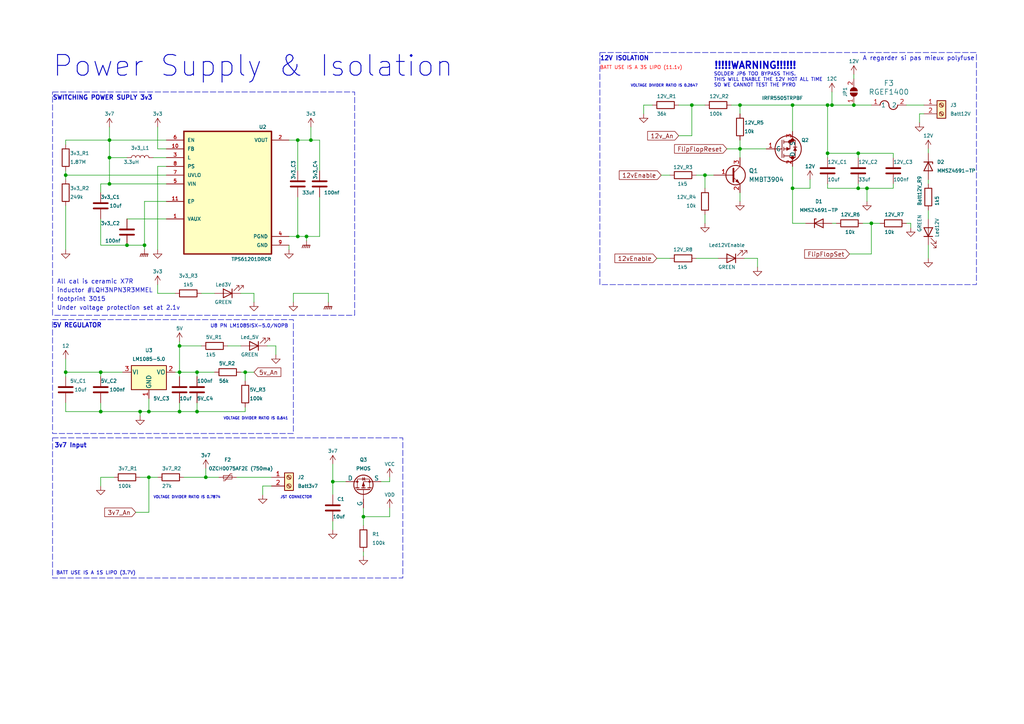
<source format=kicad_sch>
(kicad_sch (version 20231120) (generator "eeschema") (generator_version "8.0")
  (paper "A4")
  (lib_symbols
    (symbol "Connector:Screw_Terminal_01x02" (pin_names (offset 1.016) hide)
      (property "Reference" "J" (at 0 2.54 0))
      (property "Value" "Screw_Terminal_01x02" (at 0 -5.08 0))
      (symbol "Screw_Terminal_01x02_1_1"
        (rectangle (start -1.27 1.27) (end 1.27 -3.81) (stroke (width 0.254)) (fill (type background)))
        (circle (center 0 -2.54) (radius 0.635) (stroke (width 0.1524)))
        (polyline (pts (xy -0.5334 -2.2098) (xy 0.3302 -3.048)) (stroke (width 0.1524)))
        (polyline (pts (xy -0.5334 0.3302) (xy 0.3302 -0.508)) (stroke (width 0.1524)))
        (polyline (pts (xy -0.3556 -2.032) (xy 0.508 -2.8702)) (stroke (width 0.1524)))
        (polyline (pts (xy -0.3556 0.508) (xy 0.508 -0.3302)) (stroke (width 0.1524)))
        (circle (center 0 0) (radius 0.635) (stroke (width 0.1524)))
        (pin passive line (at -5.08 0 0) (length 3.81) (name "Pin_1") (number "1"))
        (pin passive line (at -5.08 -2.54 0) (length 3.81) (name "Pin_2") (number "2"))
      )
    )
    (symbol "Device:C" (pin_numbers hide) (pin_names (offset 0.254))
      (property "Reference" "C" (at 0.635 2.54 0))
      (property "Value" "C" (at 0.635 -2.54 0))
      (symbol "C_0_1"
        (polyline (pts (xy -2.032 -0.762) (xy 2.032 -0.762)) (stroke (width 0.508)))
        (polyline (pts (xy -2.032 0.762) (xy 2.032 0.762)) (stroke (width 0.508)))
      )
      (symbol "C_1_1"
        (pin passive line (at 0 3.81 270) (length 2.794) (name "~") (number "1"))
        (pin passive line (at 0 -3.81 90) (length 2.794) (name "~") (number "2"))
      )
    )
    (symbol "Device:L" (pin_numbers hide) (pin_names (offset 1.016) hide)
      (property "Reference" "L" (at -1.27 0 90))
      (property "Value" "L" (at 1.905 0 90))
      (symbol "L_0_1"
        (arc (start 0 -2.54) (mid 0.6323 -1.905) (end 0 -1.27))
        (arc (start 0 -1.27) (mid 0.6323 -0.635) (end 0 0))
        (arc (start 0 0) (mid 0.6323 0.635) (end 0 1.27))
        (arc (start 0 1.27) (mid 0.6323 1.905) (end 0 2.54))
      )
      (symbol "L_1_1"
        (pin passive line (at 0 3.81 270) (length 1.27) (name "1") (number "1"))
        (pin passive line (at 0 -3.81 90) (length 1.27) (name "2") (number "2"))
      )
    )
    (symbol "Device:LED" (pin_numbers hide) (pin_names (offset 1.016) hide)
      (property "Reference" "D" (at 0 2.54 0))
      (property "Value" "LED" (at 0 -2.54 0))
      (symbol "LED_0_1"
        (polyline (pts (xy -1.27 -1.27) (xy -1.27 1.27)) (stroke (width 0.254)))
        (polyline (pts (xy -1.27 0) (xy 1.27 0)))
        (polyline (pts (xy 1.27 -1.27) (xy 1.27 1.27) (xy -1.27 0) (xy 1.27 -1.27)) (stroke (width 0.254)))
        (polyline (pts (xy -3.048 -0.762) (xy -4.572 -2.286) (xy -3.81 -2.286) (xy -4.572 -2.286) (xy -4.572 -1.524)))
        (polyline (pts (xy -1.778 -0.762) (xy -3.302 -2.286) (xy -2.54 -2.286) (xy -3.302 -2.286) (xy -3.302 -1.524)))
      )
      (symbol "LED_1_1"
        (pin passive line (at -3.81 0 0) (length 2.54) (name "K") (number "1"))
        (pin passive line (at 3.81 0 180) (length 2.54) (name "A") (number "2"))
      )
    )
    (symbol "Device:Polyfuse_Small" (pin_numbers hide) (pin_names (offset 0))
      (property "Reference" "F" (at -1.905 0 90))
      (property "Value" "Polyfuse_Small" (at 1.905 0 90))
      (symbol "Polyfuse_Small_0_1"
        (rectangle (start -0.508 1.27) (end 0.508 -1.27))
        (polyline (pts (xy 0 2.54) (xy 0 -2.54)))
        (polyline (pts (xy -1.016 1.27) (xy -1.016 0.762) (xy 1.016 -0.762) (xy 1.016 -1.27)))
      )
      (symbol "Polyfuse_Small_1_1"
        (pin passive line (at 0 2.54 270) (length 0.635) (name "~") (number "1"))
        (pin passive line (at 0 -2.54 90) (length 0.635) (name "~") (number "2"))
      )
    )
    (symbol "Device:R" (pin_numbers hide) (pin_names (offset 0))
      (property "Reference" "R" (at 2.032 0 90))
      (property "Value" "R" (at 0 0 90))
      (symbol "R_0_1"
        (rectangle (start -1.016 -2.54) (end 1.016 2.54) (stroke (width 0.254)))
      )
      (symbol "R_1_1"
        (pin passive line (at 0 3.81 270) (length 1.27) (name "~") (number "1"))
        (pin passive line (at 0 -3.81 90) (length 1.27) (name "~") (number "2"))
      )
    )
    (symbol "Diode:BZV55C6V2" (pin_numbers hide) (pin_names hide)
      (property "Reference" "D" (at 0 2.54 0))
      (property "Value" "BZV55C6V2" (at 0 -2.54 0))
      (symbol "BZV55C6V2_0_1"
        (polyline (pts (xy 1.27 0) (xy -1.27 0)))
        (polyline (pts (xy -1.27 -1.27) (xy -1.27 1.27) (xy -0.762 1.27)) (stroke (width 0.254)))
        (polyline (pts (xy 1.27 -1.27) (xy 1.27 1.27) (xy -1.27 0) (xy 1.27 -1.27)) (stroke (width 0.254)))
      )
      (symbol "BZV55C6V2_1_1"
        (pin passive line (at -3.81 0 0) (length 2.54) (name "K") (number "1"))
        (pin passive line (at 3.81 0 180) (length 2.54) (name "A") (number "2"))
      )
    )
    (symbol "IRFR5505TRPBF:IRFR5505TRPBF" (pin_names (offset 0.254))
      (property "Reference" "MOSFET" (at 11.43 1.905 0))
      (property "Value" "IRFR5505TRPBF" (at 11.43 -2.54 0))
      (symbol "IRFR5505TRPBF_0_1"
        (polyline (pts (xy 2.54 0) (xy 4.572 0)) (stroke (width 0.2032)))
        (polyline (pts (xy 4.572 -2.54) (xy 4.572 2.54)) (stroke (width 0.2032)))
        (polyline (pts (xy 5.08 -2.54) (xy 5.08 -1.524)) (stroke (width 0.2032)))
        (polyline (pts (xy 5.08 -2.032) (xy 6.858 -2.032)) (stroke (width 0.2032)))
        (polyline (pts (xy 5.08 -0.508) (xy 5.08 0.508)) (stroke (width 0.2032)))
        (polyline (pts (xy 5.08 0) (xy 6.858 0)) (stroke (width 0.2032)))
        (polyline (pts (xy 5.08 1.524) (xy 5.08 2.54)) (stroke (width 0.2032)))
        (polyline (pts (xy 5.08 2.032) (xy 6.858 2.032)) (stroke (width 0.2032)))
        (polyline (pts (xy 6.858 -2.54) (xy 6.858 0)) (stroke (width 0.2032)))
        (polyline (pts (xy 6.858 -2.54) (xy 8.382 -2.54)) (stroke (width 0.2032)))
        (polyline (pts (xy 6.858 2.032) (xy 6.858 2.54)) (stroke (width 0.2032)))
        (polyline (pts (xy 6.858 2.54) (xy 8.382 2.54)) (stroke (width 0.2032)))
        (polyline (pts (xy 8.382 -2.54) (xy 8.382 2.54)) (stroke (width 0.2032)))
        (polyline (pts (xy 8.89 -0.508) (xy 7.874 -0.508)) (stroke (width 0.2032)))
        (polyline (pts (xy 5.842 0.508) (xy 6.858 0) (xy 5.842 -0.508)) (stroke (width 0.0254)) (fill (type outline)))
        (polyline (pts (xy 8.89 0.508) (xy 7.874 0.508) (xy 8.382 -0.508)) (stroke (width 0.0254)) (fill (type outline)))
        (circle (center 6.35 0) (radius 3.81) (stroke (width 0.254)))
        (circle (center 6.858 -2.032) (radius 0.0254) (stroke (width 0.508)))
        (circle (center 7.62 -2.54) (radius 0.0254) (stroke (width 0.508)))
        (circle (center 7.62 2.54) (radius 0.0254) (stroke (width 0.508)))
        (pin unspecified line (at 0 0 0) (length 2.54) (name "G") (number "1"))
        (pin unspecified line (at 7.62 5.08 270) (length 2.54) (name "D") (number "2"))
        (pin unspecified line (at 7.62 -5.08 90) (length 2.54) (name "S") (number "3"))
      )
    )
    (symbol "Jumper:SolderJumper_2_Open" (pin_names (offset 0) hide)
      (property "Reference" "JP" (at 0 2.032 0))
      (property "Value" "SolderJumper_2_Open" (at 0 -2.54 0))
      (symbol "SolderJumper_2_Open_0_1"
        (arc (start -0.254 1.016) (mid -1.2656 0) (end -0.254 -1.016))
        (arc (start -0.254 1.016) (mid -1.2656 0) (end -0.254 -1.016) (fill (type outline)))
        (polyline (pts (xy -0.254 1.016) (xy -0.254 -1.016)))
        (polyline (pts (xy 0.254 1.016) (xy 0.254 -1.016)))
        (arc (start 0.254 -1.016) (mid 1.2656 0) (end 0.254 1.016))
        (arc (start 0.254 -1.016) (mid 1.2656 0) (end 0.254 1.016) (fill (type outline)))
      )
      (symbol "SolderJumper_2_Open_1_1"
        (pin passive line (at -3.81 0 0) (length 2.54) (name "A") (number "1"))
        (pin passive line (at 3.81 0 180) (length 2.54) (name "B") (number "2"))
      )
    )
    (symbol "RGEF1400:RGEF1400" (pin_names (offset 0.254))
      (property "Reference" "F" (at 5.08 3.175 0))
      (property "Value" "RGEF1400" (at 5.08 -3.175 0))
      (symbol "RGEF1400_1_1"
        (arc (start 5.08 0) (mid 3.81 1.2645) (end 2.54 0) (stroke (width 0.254)))
        (arc (start 5.08 0) (mid 6.35 -1.2645) (end 7.62 0) (stroke (width 0.254)))
        (pin unspecified line (at 0 0 0) (length 2.54) (name "1") (number "1"))
        (pin unspecified line (at 10.16 0 180) (length 2.54) (name "2") (number "2"))
      )
      (symbol "RGEF1400_1_2"
        (arc (start 0 5.08) (mid -1.2645 3.81) (end 0 2.54) (stroke (width 0.254)))
        (arc (start 0 5.08) (mid 1.2645 6.35) (end 0 7.62) (stroke (width 0.254)))
        (pin unspecified line (at 0 0 90) (length 2.54) (name "1") (number "1"))
        (pin unspecified line (at 0 10.16 270) (length 2.54) (name "2") (number "2"))
      )
    )
    (symbol "Regulator_Linear:LM1085-5.0" (pin_names (offset 0.254))
      (property "Reference" "U8" (at 0 6.35 0))
      (property "Value" "LM1085-5.0" (at 0 3.81 0))
      (symbol "LM1085-5.0_0_1"
        (rectangle (start -5.08 1.905) (end 5.08 -5.08) (stroke (width 0.254)) (fill (type background)))
      )
      (symbol "LM1085-5.0_1_1"
        (pin power_in line (at 0 -7.62 90) (length 2.54) (name "GND") (number "1"))
        (pin passive line (at 7.62 0 180) (length 2.54) (name "VO") (number "2"))
        (pin power_in line (at -7.62 0 0) (length 2.54) (name "VI") (number "3"))
      )
    )
    (symbol "Simulation_SPICE:PMOS" (pin_numbers hide) (pin_names (offset 0))
      (property "Reference" "Q2" (at 8.89 0 90))
      (property "Value" "PMOS" (at 6.35 0 90))
      (symbol "PMOS_0_1"
        (polyline (pts (xy 0.254 0) (xy -2.54 0)))
        (polyline (pts (xy 0.254 1.905) (xy 0.254 -1.905)) (stroke (width 0.254)))
        (polyline (pts (xy 0.762 -1.27) (xy 0.762 -2.286)) (stroke (width 0.254)))
        (polyline (pts (xy 0.762 0.508) (xy 0.762 -0.508)) (stroke (width 0.254)))
        (polyline (pts (xy 0.762 2.286) (xy 0.762 1.27)) (stroke (width 0.254)))
        (polyline (pts (xy 2.54 2.54) (xy 2.54 1.778)))
        (polyline (pts (xy 2.54 -2.54) (xy 2.54 0) (xy 0.762 0)))
        (polyline (pts (xy 0.762 1.778) (xy 3.302 1.778) (xy 3.302 -1.778) (xy 0.762 -1.778)))
        (polyline (pts (xy 2.286 0) (xy 1.27 0.381) (xy 1.27 -0.381) (xy 2.286 0)) (fill (type outline)))
        (polyline (pts (xy 2.794 -0.508) (xy 2.921 -0.381) (xy 3.683 -0.381) (xy 3.81 -0.254)))
        (polyline (pts (xy 3.302 -0.381) (xy 2.921 0.254) (xy 3.683 0.254) (xy 3.302 -0.381)))
        (circle (center 1.651 0) (radius 2.794) (stroke (width 0.254)))
        (circle (center 2.54 -1.778) (radius 0.254) (fill (type outline)))
        (circle (center 2.54 1.778) (radius 0.254) (fill (type outline)))
      )
      (symbol "PMOS_1_1"
        (pin input line (at -5.08 0 0) (length 2.54) (name "G") (number "1"))
        (pin passive line (at 2.54 -5.08 90) (length 2.54) (name "S") (number "2"))
        (pin passive line (at 2.54 5.08 270) (length 2.54) (name "D") (number "3"))
      )
    )
    (symbol "TPS61201DRCR:TPS61201DRCR" (pin_names (offset 1.016))
      (property "Reference" "U5" (at 10.16 19.05 0))
      (property "Value" "TPS61201DRCR" (at 5.08 -19.05 0))
      (symbol "TPS61201DRCR_0_0"
        (rectangle (start -12.7 -17.78) (end 12.7 17.78) (stroke (width 0.41)) (fill (type background)))
        (pin bidirectional line (at -17.78 -7.62 0) (length 5.08) (name "VAUX") (number "1"))
        (pin input line (at -17.78 12.7 0) (length 5.08) (name "FB") (number "10"))
        (pin bidirectional line (at -17.78 -2.54 0) (length 5.08) (name "EP") (number "11"))
        (pin input line (at -17.78 10.16 0) (length 5.08) (name "L") (number "3"))
        (pin power_in line (at 17.78 -12.7 180) (length 5.08) (name "PGND") (number "4"))
        (pin input line (at -17.78 2.54 0) (length 5.08) (name "VIN") (number "5"))
        (pin input line (at -17.78 15.24 0) (length 5.08) (name "EN") (number "6"))
        (pin input line (at -17.78 5.08 0) (length 5.08) (name "UVLO") (number "7"))
        (pin input line (at -17.78 7.62 0) (length 5.08) (name "PS") (number "8"))
        (pin power_in line (at 17.78 -15.24 180) (length 5.08) (name "GND") (number "9"))
      )
      (symbol "TPS61201DRCR_1_0"
        (pin passive line (at 17.78 15.24 180) (length 5.08) (name "VOUT") (number "2"))
      )
    )
    (symbol "Transistor_BJT:MMBT3904" (pin_names (offset 0) hide)
      (property "Reference" "Q" (at 5.08 1.905 0))
      (property "Value" "MMBT3904" (at 5.08 0 0))
      (symbol "MMBT3904_0_1"
        (polyline (pts (xy 0.635 0.635) (xy 2.54 2.54)))
        (polyline (pts (xy 0.635 -0.635) (xy 2.54 -2.54) (xy 2.54 -2.54)))
        (polyline (pts (xy 0.635 1.905) (xy 0.635 -1.905) (xy 0.635 -1.905)) (stroke (width 0.508)))
        (polyline (pts (xy 1.27 -1.778) (xy 1.778 -1.27) (xy 2.286 -2.286) (xy 1.27 -1.778) (xy 1.27 -1.778)) (fill (type outline)))
        (circle (center 1.27 0) (radius 2.8194) (stroke (width 0.254)))
      )
      (symbol "MMBT3904_1_1"
        (pin input line (at -5.08 0 0) (length 5.715) (name "B") (number "1"))
        (pin passive line (at 2.54 -5.08 90) (length 2.54) (name "E") (number "2"))
        (pin passive line (at 2.54 5.08 270) (length 2.54) (name "C") (number "3"))
      )
    )
    (symbol "power:+12C" (power) (pin_names (offset 0))
      (property "Value" "+12C" (at 0 3.81 0))
      (symbol "+12C_0_1"
        (polyline (pts (xy -0.762 1.27) (xy 0 2.54)))
        (polyline (pts (xy 0 0) (xy 0 2.54)))
        (polyline (pts (xy 0 2.54) (xy 0.762 1.27)))
      )
      (symbol "+12C_1_1"
        (pin power_in line (at 0 0 90) (length 0) hide (name "+12C") (number "1"))
      )
    )
    (symbol "power:+12P" (power) (pin_names (offset 0))
      (property "Value" "+12P" (at 0 3.556 0))
      (symbol "+12P_0_1"
        (polyline (pts (xy -0.762 1.27) (xy 0 2.54)))
        (polyline (pts (xy 0 0) (xy 0 2.54)))
        (polyline (pts (xy 0 2.54) (xy 0.762 1.27)))
      )
      (symbol "+12P_1_1"
        (pin power_in line (at 0 0 90) (length 0) hide (name "+12P") (number "1"))
      )
    )
    (symbol "power:+12V" (power) (pin_names (offset 0))
      (property "Value" "+12V" (at 0 3.556 0))
      (symbol "+12V_0_1"
        (polyline (pts (xy -0.762 1.27) (xy 0 2.54)))
        (polyline (pts (xy 0 0) (xy 0 2.54)))
        (polyline (pts (xy 0 2.54) (xy 0.762 1.27)))
      )
      (symbol "+12V_1_1"
        (pin power_in line (at 0 0 90) (length 0) hide (name "+12V") (number "1"))
      )
    )
    (symbol "power:+3V3" (power) (pin_names (offset 0))
      (property "Value" "+3V3" (at 0 3.556 0))
      (symbol "+3V3_0_1"
        (polyline (pts (xy -0.762 1.27) (xy 0 2.54)))
        (polyline (pts (xy 0 0) (xy 0 2.54)))
        (polyline (pts (xy 0 2.54) (xy 0.762 1.27)))
      )
      (symbol "+3V3_1_1"
        (pin power_in line (at 0 0 90) (length 0) hide (name "+3V3") (number "1"))
      )
    )
    (symbol "power:+5V" (power) (pin_names (offset 0))
      (property "Value" "+5V" (at 0 3.556 0))
      (symbol "+5V_0_1"
        (polyline (pts (xy -0.762 1.27) (xy 0 2.54)))
        (polyline (pts (xy 0 0) (xy 0 2.54)))
        (polyline (pts (xy 0 2.54) (xy 0.762 1.27)))
      )
      (symbol "+5V_1_1"
        (pin power_in line (at 0 0 90) (length 0) hide (name "+5V") (number "1"))
      )
    )
    (symbol "power:+BATT" (power) (pin_names (offset 0))
      (property "Value" "+BATT" (at 0 3.556 0))
      (symbol "+BATT_0_1"
        (polyline (pts (xy -0.762 1.27) (xy 0 2.54)))
        (polyline (pts (xy 0 0) (xy 0 2.54)))
        (polyline (pts (xy 0 2.54) (xy 0.762 1.27)))
      )
      (symbol "+BATT_1_1"
        (pin power_in line (at 0 0 90) (length 0) hide (name "+BATT") (number "1"))
      )
    )
    (symbol "power:GND" (power) (pin_names (offset 0))
      (property "Value" "GND" (at 0 -3.81 0))
      (symbol "GND_0_1"
        (polyline (pts (xy 0 0) (xy 0 -1.27) (xy 1.27 -1.27) (xy 0 -2.54) (xy -1.27 -1.27) (xy 0 -1.27)))
      )
      (symbol "GND_1_1"
        (pin power_in line (at 0 0 270) (length 0) hide (name "GND") (number "1"))
      )
    )
    (symbol "power:GNDPWR" (power) (pin_names (offset 0))
      (property "Value" "GNDPWR" (at 0 -3.302 0))
      (symbol "GNDPWR_0_1"
        (polyline (pts (xy 0 -1.27) (xy 0 0)))
        (polyline (pts (xy -1.016 -1.27) (xy -1.27 -2.032) (xy -1.27 -2.032)) (stroke (width 0.2032)))
        (polyline (pts (xy -0.508 -1.27) (xy -0.762 -2.032) (xy -0.762 -2.032)) (stroke (width 0.2032)))
        (polyline (pts (xy 0 -1.27) (xy -0.254 -2.032) (xy -0.254 -2.032)) (stroke (width 0.2032)))
        (polyline (pts (xy 0.508 -1.27) (xy 0.254 -2.032) (xy 0.254 -2.032)) (stroke (width 0.2032)))
        (polyline (pts (xy 1.016 -1.27) (xy -1.016 -1.27) (xy -1.016 -1.27)) (stroke (width 0.2032)))
        (polyline (pts (xy 1.016 -1.27) (xy 0.762 -2.032) (xy 0.762 -2.032) (xy 0.762 -2.032)) (stroke (width 0.2032)))
      )
      (symbol "GNDPWR_1_1"
        (pin power_in line (at 0 0 270) (length 0) hide (name "GNDPWR") (number "1"))
      )
    )
    (symbol "power:VCC" (power) (pin_names (offset 0))
      (property "Value" "VCC" (at 0 3.81 0))
      (symbol "VCC_0_1"
        (polyline (pts (xy -0.762 1.27) (xy 0 2.54)))
        (polyline (pts (xy 0 0) (xy 0 2.54)))
        (polyline (pts (xy 0 2.54) (xy 0.762 1.27)))
      )
      (symbol "VCC_1_1"
        (pin power_in line (at 0 0 90) (length 0) hide (name "VCC") (number "1"))
      )
    )
    (symbol "power:VDD" (power) (pin_names (offset 0))
      (property "Value" "VDD" (at 0 3.81 0))
      (symbol "VDD_0_1"
        (polyline (pts (xy -0.762 1.27) (xy 0 2.54)))
        (polyline (pts (xy 0 0) (xy 0 2.54)))
        (polyline (pts (xy 0 2.54) (xy 0.762 1.27)))
      )
      (symbol "VDD_1_1"
        (pin power_in line (at 0 0 90) (length 0) hide (name "VDD") (number "1"))
      )
    )
  )
  (junction (at 19.05 107.95))
  (junction (at 31.75 40.64))
  (junction (at 240.03 44.45))
  (junction (at 52.07 119.38))
  (junction (at 86.36 40.64))
  (junction (at 90.17 40.64))
  (junction (at 19.05 50.8))
  (junction (at 248.92 54.61))
  (junction (at 29.21 107.95))
  (junction (at 43.18 138.43))
  (junction (at 43.18 119.38))
  (junction (at 248.92 44.45))
  (junction (at 86.36 68.58))
  (junction (at 105.41 149.86))
  (junction (at 241.3 30.48))
  (junction (at 88.9 68.58))
  (junction (at 252.73 64.77))
  (junction (at 229.87 30.48))
  (junction (at 36.83 71.12))
  (junction (at 251.46 54.61))
  (junction (at 214.63 30.48))
  (junction (at 31.75 45.72))
  (junction (at 57.15 119.38))
  (junction (at 57.15 107.95))
  (junction (at 200.66 30.48))
  (junction (at 59.69 138.43))
  (junction (at 52.07 100.33))
  (junction (at 240.03 30.48))
  (junction (at 40.64 119.38))
  (junction (at 41.91 71.12))
  (junction (at 96.52 139.7))
  (junction (at 214.63 43.18))
  (junction (at 204.47 50.8))
  (junction (at 71.12 107.95))
  (junction (at 31.75 53.34))
  (junction (at 229.87 54.61))
  (junction (at 247.65 30.48))
  (junction (at 29.21 119.38))
  (junction (at 52.07 107.95))
  (wire (pts (xy 214.63 40.64) (xy 214.63 43.18)))
  (wire (pts (xy 92.71 40.64) (xy 90.17 40.64)))
  (wire (pts (xy 266.7 33.02) (xy 266.7 35.56)))
  (wire (pts (xy 31.75 40.64) (xy 48.26 40.64)))
  (wire (pts (xy 48.26 58.42) (xy 41.91 58.42)))
  (wire (pts (xy 71.12 107.95) (xy 73.66 107.95)))
  (wire (pts (xy 250.19 64.77) (xy 252.73 64.77)))
  (wire (pts (xy 45.72 43.18) (xy 48.26 43.18)))
  (wire (pts (xy 240.03 54.61) (xy 248.92 54.61)))
  (wire (pts (xy 83.82 71.12) (xy 83.82 72.39)))
  (wire (pts (xy 59.69 135.89) (xy 59.69 138.43)))
  (wire (pts (xy 248.92 44.45) (xy 259.08 44.45)))
  (wire (pts (xy 52.07 100.33) (xy 58.42 100.33)))
  (wire (pts (xy 29.21 116.84) (xy 29.21 119.38)))
  (wire (pts (xy 19.05 119.38) (xy 29.21 119.38)))
  (wire (pts (xy 219.71 74.93) (xy 219.71 77.47)))
  (wire (pts (xy 71.12 107.95) (xy 71.12 110.49)))
  (wire (pts (xy 29.21 119.38) (xy 40.64 119.38)))
  (wire (pts (xy 262.89 64.77) (xy 264.16 64.77)))
  (wire (pts (xy 113.03 149.86) (xy 105.41 149.86)))
  (wire (pts (xy 43.18 119.38) (xy 40.64 119.38)))
  (wire (pts (xy 259.08 44.45) (xy 259.08 45.72)))
  (wire (pts (xy 267.97 33.02) (xy 266.7 33.02)))
  (wire (pts (xy 214.63 55.88) (xy 214.63 58.42)))
  (wire (pts (xy 229.87 30.48) (xy 229.87 38.1)))
  (wire (pts (xy 92.71 57.15) (xy 92.71 68.58)))
  (wire (pts (xy 240.03 53.34) (xy 240.03 54.61)))
  (wire (pts (xy 48.26 48.26) (xy 45.72 48.26)))
  (wire (pts (xy 57.15 119.38) (xy 71.12 119.38)))
  (wire (pts (xy 204.47 54.61) (xy 204.47 50.8)))
  (wire (pts (xy 52.07 100.33) (xy 52.07 107.95)))
  (wire (pts (xy 69.85 85.09) (xy 73.66 85.09)))
  (wire (pts (xy 92.71 68.58) (xy 88.9 68.58)))
  (wire (pts (xy 200.66 30.48) (xy 204.47 30.48)))
  (wire (pts (xy 29.21 71.12) (xy 36.83 71.12)))
  (wire (pts (xy 92.71 49.53) (xy 92.71 40.64)))
  (wire (pts (xy 113.03 147.32) (xy 113.03 149.86)))
  (wire (pts (xy 210.82 43.18) (xy 214.63 43.18)))
  (wire (pts (xy 252.73 64.77) (xy 255.27 64.77)))
  (wire (pts (xy 96.52 134.62) (xy 96.52 139.7)))
  (wire (pts (xy 196.85 30.48) (xy 200.66 30.48)))
  (wire (pts (xy 43.18 138.43) (xy 45.72 138.43)))
  (wire (pts (xy 86.36 68.58) (xy 88.9 68.58)))
  (wire (pts (xy 269.24 71.12) (xy 269.24 74.93)))
  (wire (pts (xy 105.41 160.02) (xy 105.41 161.29)))
  (wire (pts (xy 77.47 100.33) (xy 80.01 100.33)))
  (wire (pts (xy 229.87 54.61) (xy 234.95 54.61)))
  (wire (pts (xy 233.68 64.77) (xy 229.87 64.77)))
  (wire (pts (xy 247.65 30.48) (xy 252.73 30.48)))
  (wire (pts (xy 96.52 139.7) (xy 100.33 139.7)))
  (wire (pts (xy 29.21 107.95) (xy 29.21 109.22)))
  (wire (pts (xy 83.82 40.64) (xy 86.36 40.64)))
  (wire (pts (xy 40.64 119.38) (xy 40.64 120.65)))
  (wire (pts (xy 113.03 139.7) (xy 113.03 138.43)))
  (wire (pts (xy 31.75 53.34) (xy 31.75 45.72)))
  (wire (pts (xy 269.24 43.18) (xy 269.24 44.45)))
  (wire (pts (xy 58.42 85.09) (xy 62.23 85.09)))
  (wire (pts (xy 95.25 87.63) (xy 95.25 85.09)))
  (wire (pts (xy 248.92 44.45) (xy 248.92 45.72)))
  (wire (pts (xy 214.63 43.18) (xy 222.25 43.18)))
  (wire (pts (xy 39.37 148.59) (xy 43.18 148.59)))
  (wire (pts (xy 29.21 138.43) (xy 29.21 140.97)))
  (wire (pts (xy 35.56 107.95) (xy 29.21 107.95)))
  (wire (pts (xy 86.36 40.64) (xy 90.17 40.64)))
  (wire (pts (xy 48.26 53.34) (xy 31.75 53.34)))
  (wire (pts (xy 246.38 73.66) (xy 252.73 73.66)))
  (wire (pts (xy 52.07 116.84) (xy 52.07 119.38)))
  (wire (pts (xy 241.3 64.77) (xy 242.57 64.77)))
  (wire (pts (xy 204.47 62.23) (xy 204.47 64.77)))
  (wire (pts (xy 19.05 116.84) (xy 19.05 119.38)))
  (wire (pts (xy 240.03 44.45) (xy 248.92 44.45)))
  (wire (pts (xy 201.93 74.93) (xy 208.28 74.93)))
  (wire (pts (xy 240.03 30.48) (xy 240.03 44.45)))
  (wire (pts (xy 96.52 151.13) (xy 96.52 153.67)))
  (wire (pts (xy 105.41 149.86) (xy 105.41 147.32)))
  (wire (pts (xy 43.18 115.57) (xy 43.18 119.38)))
  (wire (pts (xy 215.9 74.93) (xy 219.71 74.93)))
  (wire (pts (xy 57.15 116.84) (xy 57.15 119.38)))
  (wire (pts (xy 186.69 30.48) (xy 186.69 33.02)))
  (wire (pts (xy 90.17 40.64) (xy 90.17 36.83)))
  (wire (pts (xy 68.58 138.43) (xy 78.74 138.43)))
  (wire (pts (xy 259.08 53.34) (xy 259.08 54.61)))
  (wire (pts (xy 269.24 60.96) (xy 269.24 63.5)))
  (wire (pts (xy 229.87 48.26) (xy 229.87 54.61)))
  (wire (pts (xy 69.85 107.95) (xy 71.12 107.95)))
  (wire (pts (xy 50.8 107.95) (xy 52.07 107.95)))
  (wire (pts (xy 31.75 36.83) (xy 31.75 40.64)))
  (wire (pts (xy 234.95 54.61) (xy 234.95 52.07)))
  (wire (pts (xy 19.05 59.69) (xy 19.05 72.39)))
  (wire (pts (xy 66.04 100.33) (xy 69.85 100.33)))
  (wire (pts (xy 86.36 40.64) (xy 86.36 49.53)))
  (wire (pts (xy 212.09 30.48) (xy 214.63 30.48)))
  (wire (pts (xy 204.47 50.8) (xy 207.01 50.8)))
  (wire (pts (xy 105.41 149.86) (xy 105.41 152.4)))
  (wire (pts (xy 76.2 140.97) (xy 76.2 143.51)))
  (wire (pts (xy 41.91 58.42) (xy 41.91 71.12)))
  (wire (pts (xy 29.21 53.34) (xy 29.21 55.88)))
  (wire (pts (xy 88.9 68.58) (xy 88.9 69.85)))
  (wire (pts (xy 45.72 82.55) (xy 45.72 85.09)))
  (wire (pts (xy 214.63 33.02) (xy 214.63 30.48)))
  (wire (pts (xy 190.5 74.93) (xy 194.31 74.93)))
  (wire (pts (xy 240.03 44.45) (xy 240.03 45.72)))
  (wire (pts (xy 214.63 43.18) (xy 214.63 45.72)))
  (wire (pts (xy 85.09 85.09) (xy 95.25 85.09)))
  (wire (pts (xy 19.05 104.14) (xy 19.05 107.95)))
  (wire (pts (xy 110.49 139.7) (xy 113.03 139.7)))
  (wire (pts (xy 241.3 26.67) (xy 241.3 30.48)))
  (wire (pts (xy 83.82 68.58) (xy 86.36 68.58)))
  (wire (pts (xy 36.83 45.72) (xy 31.75 45.72)))
  (wire (pts (xy 229.87 30.48) (xy 240.03 30.48)))
  (wire (pts (xy 19.05 40.64) (xy 19.05 41.91)))
  (wire (pts (xy 33.02 138.43) (xy 29.21 138.43)))
  (wire (pts (xy 45.72 85.09) (xy 50.8 85.09)))
  (wire (pts (xy 241.3 30.48) (xy 247.65 30.48)))
  (wire (pts (xy 19.05 52.07) (xy 19.05 50.8)))
  (wire (pts (xy 36.83 71.12) (xy 41.91 71.12)))
  (wire (pts (xy 262.89 30.48) (xy 267.97 30.48)))
  (wire (pts (xy 259.08 54.61) (xy 251.46 54.61)))
  (wire (pts (xy 19.05 50.8) (xy 48.26 50.8)))
  (wire (pts (xy 19.05 107.95) (xy 19.05 109.22)))
  (wire (pts (xy 200.66 39.37) (xy 200.66 30.48)))
  (wire (pts (xy 29.21 63.5) (xy 29.21 71.12)))
  (wire (pts (xy 19.05 40.64) (xy 31.75 40.64)))
  (wire (pts (xy 57.15 107.95) (xy 62.23 107.95)))
  (wire (pts (xy 43.18 148.59) (xy 43.18 138.43)))
  (wire (pts (xy 52.07 99.06) (xy 52.07 100.33)))
  (wire (pts (xy 240.03 30.48) (xy 241.3 30.48)))
  (wire (pts (xy 264.16 64.77) (xy 264.16 66.04)))
  (wire (pts (xy 53.34 138.43) (xy 59.69 138.43)))
  (wire (pts (xy 29.21 107.95) (xy 19.05 107.95)))
  (wire (pts (xy 229.87 64.77) (xy 229.87 54.61)))
  (wire (pts (xy 44.45 45.72) (xy 48.26 45.72)))
  (wire (pts (xy 247.65 21.59) (xy 247.65 22.86)))
  (wire (pts (xy 52.07 119.38) (xy 57.15 119.38)))
  (wire (pts (xy 57.15 107.95) (xy 57.15 109.22)))
  (wire (pts (xy 251.46 54.61) (xy 251.46 58.42)))
  (wire (pts (xy 40.64 138.43) (xy 43.18 138.43)))
  (wire (pts (xy 73.66 85.09) (xy 73.66 87.63)))
  (wire (pts (xy 80.01 100.33) (xy 80.01 102.87)))
  (wire (pts (xy 52.07 107.95) (xy 52.07 109.22)))
  (wire (pts (xy 78.74 140.97) (xy 76.2 140.97)))
  (wire (pts (xy 48.26 63.5) (xy 36.83 63.5)))
  (wire (pts (xy 71.12 119.38) (xy 71.12 118.11)))
  (wire (pts (xy 52.07 107.95) (xy 57.15 107.95)))
  (wire (pts (xy 248.92 53.34) (xy 248.92 54.61)))
  (wire (pts (xy 269.24 52.07) (xy 269.24 53.34)))
  (wire (pts (xy 85.09 85.09) (xy 85.09 87.63)))
  (wire (pts (xy 43.18 119.38) (xy 52.07 119.38)))
  (wire (pts (xy 31.75 40.64) (xy 31.75 45.72)))
  (wire (pts (xy 59.69 138.43) (xy 63.5 138.43)))
  (wire (pts (xy 45.72 48.26) (xy 45.72 72.39)))
  (wire (pts (xy 86.36 57.15) (xy 86.36 68.58)))
  (wire (pts (xy 214.63 30.48) (xy 229.87 30.48)))
  (wire (pts (xy 191.77 50.8) (xy 194.31 50.8)))
  (wire (pts (xy 196.85 39.37) (xy 200.66 39.37)))
  (wire (pts (xy 252.73 73.66) (xy 252.73 64.77)))
  (wire (pts (xy 96.52 143.51) (xy 96.52 139.7)))
  (wire (pts (xy 248.92 54.61) (xy 251.46 54.61)))
  (wire (pts (xy 201.93 50.8) (xy 204.47 50.8)))
  (wire (pts (xy 19.05 49.53) (xy 19.05 50.8)))
  (wire (pts (xy 41.91 71.12) (xy 41.91 72.39)))
  (wire (pts (xy 45.72 36.83) (xy 45.72 43.18)))
  (wire (pts (xy 189.23 30.48) (xy 186.69 30.48)))
  (wire (pts (xy 29.21 53.34) (xy 31.75 53.34)))
  (rectangle (start 15.24 26.67) (end 102.87 91.44) (stroke (width 0) (type dash)))
  (rectangle (start 173.99 15.24) (end 283.21 82.55) (stroke (width 0) (type dash)))
  (rectangle (start 15.24 92.71) (end 85.09 125.73) (stroke (width 0) (type dash)))
  (rectangle (start 15.24 127) (end 116.84 167.64) (stroke (width 0) (type dash)))
  (text "VOLTAGE DIVIDER RATIO IS 0.2647" (at 182.88 25.4 0) (effects (font (size 0.75 0.75)) (justify left bottom)))
  (text "Under voltage protection set at 2.1v" (at 16.51 90.17 0) (effects (font (size 1.27 1.27)) (justify left bottom)))
  (text "5V REGULATOR" (at 15.24 95.25 0) (effects (font (size 1.27 1.27) (thickness 0.254) (bold yes)) (justify left bottom)))
  (text "JST CONNECTOR" (at 81.28 144.78 0) (effects (font (size 0.75 0.75)) (justify left bottom)))
  (text "3v7 Input" (at 15.748 130.048 0) (effects (font (size 1.27 1.27) (thickness 0.254) (bold yes)) (justify left bottom)))
  (text "U8 PN LM1085ISX-5.0/NOPB" (at 60.96 95.25 0) (effects (font (size 1 1)) (justify left bottom)))
  (text "footprint 3015" (at 16.51 87.63 0) (effects (font (size 1.27 1.27)) (justify left bottom)))
  (text "inductor #LQH3NPN3R3MMEL" (at 16.51 85.09 0) (effects (font (size 1.27 1.27)) (justify left bottom)))
  (text "BATT USE IS A 1S LIPO (3.7V)" (at 16.256 166.878 0) (effects (font (size 1 1)) (justify left bottom)))
  (text "12V ISOLATION" (at 173.99 17.78 0) (effects (font (size 1.27 1.27) (thickness 0.254) (bold yes)) (justify left bottom)))
  (text "VOLTAGE DIVIDER RATIO IS 0.7874" (at 44.45 144.78 0) (effects (font (size 0.75 0.75)) (justify left bottom)))
  (text "!!!!!WARNING!!!!!!" (at 207.01 20.32 0) (effects (font (size 2 2) (thickness 0.4) (bold yes)) (justify left bottom)))
  (text "All cal is ceramic X7R" (at 16.51 82.55 0) (effects (font (size 1.27 1.27)) (justify left bottom)))
  (text "SWITCHING POWER SUPLY 3v3" (at 15.24 29.21 0) (effects (font (size 1.27 1.27) (thickness 0.254) (bold yes)) (justify left bottom)))
  (text "SOLDER JP6 TOO BYPASS THIS.\nTHIS WILL ENABLE THE 12V HOT ALL TIME\nSO WE CANNOT TEST THE PYRO" (at 207.01 25.4 0) (effects (font (size 1 1)) (justify left bottom)))
  (text "A regarder si pas mieux polyfuse\n" (at 266.446 17.018 0) (effects (font (size 1.27 1.27))))
  (text "BATT USE IS A 3S LIPO (11.1v)" (at 173.99 20.32 0) (effects (font (size 1 1) (thickness 0.125)) (justify left bottom)))
  (text "Power Supply & Isolation" (at 73.406 19.304 0) (effects (font (size 6 6) (thickness 0.254) (bold yes))))
  (text "VOLTAGE DIVIDER RATIO IS 0.641" (at 64.77 121.92 0) (effects (font (size 0.75 0.75)) (justify left bottom)))
  (global_label "3v7_An" (shape input) (at 39.37 148.59 180) (property "Intersheetrefs" "${INTERSHEET_REFS}" (effects (hide yes))))
  (global_label "12vEnable" (shape input) (at 190.5 74.93 180) (property "Intersheetrefs" "${INTERSHEET_REFS}" (effects (hide yes))))
  (global_label "FlipFlopSet" (shape input) (at 246.38 73.66 180) (property "Intersheetrefs" "${INTERSHEET_REFS}" (effects (hide yes))))
  (global_label "FlipFlopReset" (shape input) (at 210.82 43.18 180) (property "Intersheetrefs" "${INTERSHEET_REFS}" (effects (hide yes))))
  (global_label "12v_An" (shape input) (at 196.85 39.37 180) (property "Intersheetrefs" "${INTERSHEET_REFS}" (effects (hide yes))))
  (global_label "5v_An" (shape input) (at 73.66 107.95 0) (property "Intersheetrefs" "${INTERSHEET_REFS}" (effects (hide yes))))
  (global_label "12vEnable" (shape input) (at 191.77 50.8 180) (property "Intersheetrefs" "${INTERSHEET_REFS}" (effects (hide yes))))
  (symbol (lib_id "Device:R") (at 19.05 45.72 0) (unit 1)
    (property "Reference" "3v3_R1" (at 20.32 44.45 0) (effects (font (size 1 1)) (justify left)))
    (property "Value" "1.87M" (at 20.32 46.99 0) (effects (font (size 1 1)) (justify left)))
    (property "Footprint" "Resistor_SMD:R_0805_2012Metric" (effects (hide yes)))
  )
  (symbol (lib_id "Device:C") (at 240.03 49.53 0) (unit 1)
    (property "Reference" "12V_C1" (at 240.03 46.99 0) (effects (font (size 1 1)) (justify left)))
    (property "Value" "10uf" (at 240.03 52.07 0) (effects (font (size 1 1)) (justify left)))
    (property "Footprint" "Capacitor_SMD:C_1206_3216Metric" (effects (hide yes)))
  )
  (symbol (lib_id "power:GND") (at 73.66 87.63 0) (unit 1)
    (property "Reference" "#PWR07" (effects (hide yes)))
    (property "Value" "GND" (effects (hide yes)))
  )
  (symbol (lib_id "power:GND") (at 80.01 102.87 0) (unit 1)
    (property "Reference" "#PWR019" (effects (hide yes)))
    (property "Value" "GND" (effects (hide yes)))
  )
  (symbol (lib_id "power:+3V3") (at 90.17 36.83 0) (unit 1)
    (property "Reference" "#PWR011" (effects (hide yes)))
    (property "Value" "3v3" (at 90.17 33.02 0) (effects (font (size 1 1))))
  )
  (symbol (lib_id "Device:R") (at 269.24 57.15 180) (unit 1)
    (property "Reference" "Batt12V_R9" (at 266.7 59.69 90) (effects (font (size 1 1)) (justify right)))
    (property "Value" "1k5" (at 271.78 59.69 90) (effects (font (size 1 1)) (justify right)))
    (property "Footprint" "Resistor_SMD:R_0805_2012Metric" (effects (hide yes)))
  )
  (symbol (lib_id "Device:C") (at 36.83 67.31 0) (unit 1)
    (property "Reference" "3v3_C2" (at 29.21 64.77 0) (effects (font (size 1 1)) (justify left)))
    (property "Value" "100nf" (at 30.48 69.85 0) (effects (font (size 1 1)) (justify left)))
    (property "Footprint" "Capacitor_SMD:C_0805_2012Metric" (effects (hide yes)))
  )
  (symbol (lib_id "power:GNDPWR") (at 95.25 87.63 0) (unit 1)
    (property "Reference" "#PWR012" (effects (hide yes)))
    (property "Value" "GNDPWR" (effects (hide yes)))
  )
  (symbol (lib_id "Device:R") (at 62.23 100.33 90) (unit 1)
    (property "Reference" "5V_R1" (at 59.69 97.79 90) (effects (font (size 1 1)) (justify right)))
    (property "Value" "1k5" (at 59.69 102.87 90) (effects (font (size 1 1)) (justify right)))
    (property "Footprint" "Resistor_SMD:R_0805_2012Metric" (effects (hide yes)))
  )
  (symbol (lib_id "Device:C") (at 19.05 113.03 0) (unit 1)
    (property "Reference" "5V_C1" (at 20.32 110.49 0) (effects (font (size 1 1)) (justify left)))
    (property "Value" "10uf" (at 21.59 113.03 0) (effects (font (size 1 1)) (justify left)))
    (property "Footprint" "Capacitor_SMD:C_0805_2012Metric" (effects (hide yes)))
  )
  (symbol (lib_id "Device:C") (at 57.15 113.03 0) (unit 1)
    (property "Reference" "5V_C4" (at 57.15 115.57 0) (effects (font (size 1 1)) (justify left)))
    (property "Value" "100nf" (at 57.15 110.49 0) (effects (font (size 1 1)) (justify left)))
    (property "Footprint" "Capacitor_SMD:C_0805_2012Metric" (effects (hide yes)))
  )
  (symbol (lib_id "power:GND") (at 85.09 87.63 0) (unit 1)
    (property "Reference" "#PWR09" (effects (hide yes)))
    (property "Value" "GND" (effects (hide yes)))
  )
  (symbol (lib_id "Device:R") (at 105.41 156.21 0) (unit 1)
    (property "Reference" "R1" (at 107.95 154.94 0) (effects (font (size 1 1)) (justify left)))
    (property "Value" "100k" (at 107.95 157.48 0) (effects (font (size 1 1)) (justify left)))
    (property "Footprint" "Resistor_SMD:R_0805_2012Metric" (effects (hide yes)))
  )
  (symbol (lib_id "Device:R") (at 49.53 138.43 90) (unit 1)
    (property "Reference" "3v7_R2" (at 46.99 135.89 90) (effects (font (size 1 1)) (justify right)))
    (property "Value" "27k" (at 46.99 140.97 90) (effects (font (size 1 1)) (justify right)))
    (property "Footprint" "Resistor_SMD:R_0805_2012Metric" (effects (hide yes)))
  )
  (symbol (lib_id "power:+BATT") (at 59.69 135.89 0) (unit 1)
    (property "Reference" "#PWR021" (effects (hide yes)))
    (property "Value" "3v7" (at 59.69 132.08 0) (effects (font (size 1 1))))
  )
  (symbol (lib_id "Device:R") (at 246.38 64.77 270) (unit 1)
    (property "Reference" "12V_R6" (at 243.84 62.23 90) (effects (font (size 1 1)) (justify left)))
    (property "Value" "10k" (at 245.11 67.31 90) (effects (font (size 1 1)) (justify left)))
    (property "Footprint" "Resistor_SMD:R_0805_2012Metric" (effects (hide yes)))
  )
  (symbol (lib_id "Diode:BZV55C6V2") (at 237.49 64.77 0) (unit 1)
    (property "Reference" "D1" (at 237.49 58.42 0) (effects (font (size 1 1))))
    (property "Value" "MMSZ4691-TP" (at 237.49 60.96 0) (effects (font (size 1 1))))
    (property "Footprint" "Diode_SMD:D_SOD-123" (effects (hide yes)))
    (property "Datasheet" "https://assets.nexperia.com/documents/data-sheet/BZV55_SER.pdf" (effects (hide yes)))
  )
  (symbol (lib_id "power:VCC") (at 113.03 138.43 0) (unit 1)
    (property "Reference" "#PWR035" (effects (hide yes)))
    (property "Value" "VCC" (at 113.03 134.62 0) (effects (font (size 1 1))))
  )
  (symbol (lib_id "power:GND") (at 266.7 35.56 0) (unit 1)
    (property "Reference" "#PWR032" (effects (hide yes)))
    (property "Value" "GND" (effects (hide yes)))
  )
  (symbol (lib_id "RGEF1400:RGEF1400") (at 252.73 30.48 0) (unit 1)
    (property "Reference" "F3" (at 257.81 24.13 0) (effects (font (size 1.524 1.524))))
    (property "Value" "RGEF1400" (at 257.81 26.67 0) (effects (font (size 1.524 1.524))))
    (property "Footprint" "FUS_RGEF1400_TYCO_TYC" (effects (hide yes)))
    (property "Datasheet" "RGEF1400" (effects (hide yes)))
  )
  (symbol (lib_id "power:+5V") (at 52.07 99.06 0) (unit 1)
    (property "Reference" "#PWR016" (effects (hide yes)))
    (property "Value" "5V" (at 52.07 95.25 0) (effects (font (size 1 1))))
  )
  (symbol (lib_id "Device:C") (at 259.08 49.53 0) (unit 1)
    (property "Reference" "12V_C3" (at 259.08 46.99 0) (effects (font (size 1 1)) (justify left)))
    (property "Value" "100nf" (at 259.08 52.07 0) (effects (font (size 1 1)) (justify left)))
    (property "Footprint" "Capacitor_SMD:C_1206_3216Metric" (effects (hide yes)))
  )
  (symbol (lib_id "Device:R") (at 66.04 107.95 90) (unit 1)
    (property "Reference" "5V_R2" (at 63.5 105.41 90) (effects (font (size 1 1)) (justify right)))
    (property "Value" "56k" (at 63.5 110.49 90) (effects (font (size 1 1)) (justify right)))
    (property "Footprint" "Resistor_SMD:R_0805_2012Metric" (effects (hide yes)))
  )
  (symbol (lib_id "power:+12C") (at 241.3 26.67 0) (unit 1)
    (property "Reference" "#PWR028" (effects (hide yes)))
    (property "Value" "12C" (at 241.3 22.86 0) (effects (font (size 1 1))))
  )
  (symbol (lib_id "power:GND") (at 19.05 72.39 0) (unit 1)
    (property "Reference" "#PWR01" (effects (hide yes)))
    (property "Value" "GND" (effects (hide yes)))
  )
  (symbol (lib_id "Device:Polyfuse_Small") (at 66.04 138.43 90) (unit 1)
    (property "Reference" "F2" (at 66.04 133.35 90) (effects (font (size 1 1))))
    (property "Value" "0ZCH0075AF2E (750ma)" (at 69.85 135.89 90) (effects (font (size 1 1))))
    (property "Footprint" "Fuse:Fuse_1210_3225Metric" (effects (hide yes)))
  )
  (symbol (lib_id "Connector:Screw_Terminal_01x02") (at 273.05 30.48 0) (unit 1)
    (property "Reference" "J3" (at 275.59 30.48 0) (effects (font (size 1 1)) (justify left)))
    (property "Value" "Batt12V" (at 275.59 33.02 0) (effects (font (size 1 1)) (justify left)))
    (property "Footprint" "Connector_Wire:SolderWire-2.5sqmm_1x02_P8.8mm_D2.4mm_OD4.4mm" (effects (hide yes)))
  )
  (symbol (lib_id "Simulation_SPICE:PMOS") (at 105.41 142.24 90) (unit 1)
    (property "Reference" "Q3" (at 105.41 133.35 90) (effects (font (size 1 1))))
    (property "Value" "PMOS" (at 105.41 135.89 90) (effects (font (size 1 1))))
    (property "Footprint" "Package_TO_SOT_SMD:SOT-23-3" (effects (hide yes)))
    (property "Datasheet" "https://ngspice.sourceforge.io/docs/ngspice-manual.pdf" (effects (hide yes)))
    (property "Sim.Device" "PMOS" (effects (hide yes)))
    (property "Sim.Type" "VDMOS" (effects (hide yes)))
    (property "Sim.Pins" "1=D 2=G 3=S" (effects (hide yes)))
  )
  (symbol (lib_id "Device:R") (at 204.47 58.42 180) (unit 1)
    (property "Reference" "12V_R4" (at 201.93 57.15 0) (effects (font (size 1 1)) (justify left)))
    (property "Value" "10k" (at 201.93 59.69 0) (effects (font (size 1 1)) (justify left)))
    (property "Footprint" "Resistor_SMD:R_0805_2012Metric" (effects (hide yes)))
  )
  (symbol (lib_id "Device:R") (at 193.04 30.48 90) (unit 1)
    (property "Reference" "12V_R1" (at 190.5 27.94 90) (effects (font (size 1 1)) (justify right)))
    (property "Value" "36k" (at 190.5 33.02 90) (effects (font (size 1 1)) (justify right)))
    (property "Footprint" "Resistor_SMD:R_0805_2012Metric" (effects (hide yes)))
  )
  (symbol (lib_id "Transistor_BJT:MMBT3904") (at 212.09 50.8 0) (unit 1)
    (property "Reference" "Q1" (at 217.17 49.53 0) (effects (justify left)))
    (property "Value" "MMBT3904" (at 217.17 52.07 0) (effects (justify left)))
    (property "Footprint" "Package_TO_SOT_SMD:SOT-23" (effects (hide yes)))
    (property "Datasheet" "https://www.onsemi.com/pdf/datasheet/pzt3904-d.pdf" (effects (hide yes)))
  )
  (symbol (lib_id "Device:C") (at 29.21 59.69 0) (unit 1)
    (property "Reference" "3v3_C1" (at 29.21 57.15 0) (effects (font (size 1 1)) (justify left)))
    (property "Value" "10uf" (at 31.75 59.69 0) (effects (font (size 1 1)) (justify left)))
    (property "Footprint" "Capacitor_SMD:C_0805_2012Metric" (effects (hide yes)))
  )
  (symbol (lib_id "Device:R") (at 19.05 55.88 0) (unit 1)
    (property "Reference" "3v3_R2" (at 20.32 54.61 0) (effects (font (size 1 1)) (justify left)))
    (property "Value" "249k" (at 20.32 57.15 0) (effects (font (size 1 1)) (justify left)))
    (property "Footprint" "Resistor_SMD:R_0805_2012Metric" (effects (hide yes)))
  )
  (symbol (lib_id "power:GNDPWR") (at 41.91 72.39 0) (unit 1)
    (property "Reference" "#PWR03" (effects (hide yes)))
    (property "Value" "GNDPWR" (effects (hide yes)))
  )
  (symbol (lib_id "power:VDD") (at 113.03 147.32 0) (unit 1)
    (property "Reference" "#PWR036" (effects (hide yes)))
    (property "Value" "VDD" (at 113.03 143.51 0) (effects (font (size 1 1))))
  )
  (symbol (lib_id "power:GND") (at 83.82 72.39 0) (unit 1)
    (property "Reference" "#PWR08" (effects (hide yes)))
    (property "Value" "GND" (effects (hide yes)))
  )
  (symbol (lib_id "Device:LED") (at 66.04 85.09 180) (unit 1)
    (property "Reference" "Led3V" (at 64.77 82.55 0) (effects (font (size 1 1))))
    (property "Value" "GREEN" (at 64.77 87.63 0) (effects (font (size 1 1))))
    (property "Footprint" "LED_SMD:LED_0805_2012Metric" (effects (hide yes)))
  )
  (symbol (lib_id "Device:C") (at 248.92 49.53 0) (unit 1)
    (property "Reference" "12V_C2" (at 248.92 46.99 0) (effects (font (size 1 1)) (justify left)))
    (property "Value" "33uf" (at 248.92 52.07 0) (effects (font (size 1 1)) (justify left)))
    (property "Footprint" "Capacitor_SMD:C_1206_3216Metric" (effects (hide yes)))
  )
  (symbol (lib_id "Device:LED") (at 212.09 74.93 180) (unit 1)
    (property "Reference" "Led12VEnable" (at 210.82 71.12 0) (effects (font (size 1 1))))
    (property "Value" "GREEN" (at 210.82 77.47 0) (effects (font (size 1 1))))
    (property "Footprint" "LED_SMD:LED_0805_2012Metric" (effects (hide yes)))
  )
  (symbol (lib_id "power:GND") (at 29.21 140.97 0) (unit 1)
    (property "Reference" "#PWR020" (effects (hide yes)))
    (property "Value" "GND" (effects (hide yes)))
  )
  (symbol (lib_id "Device:R") (at 71.12 114.3 180) (unit 1)
    (property "Reference" "5V_R3" (at 72.39 113.03 0) (effects (font (size 1 1)) (justify right)))
    (property "Value" "100k" (at 72.39 115.57 0) (effects (font (size 1 1)) (justify right)))
    (property "Footprint" "Resistor_SMD:R_0805_2012Metric" (effects (hide yes)))
  )
  (symbol (lib_id "power:+12V") (at 247.65 21.59 0) (unit 1)
    (property "Reference" "#PWR029" (effects (hide yes)))
    (property "Value" "12V" (at 247.65 17.78 0) (effects (font (size 1 1))))
  )
  (symbol (lib_id "power:+3V3") (at 45.72 82.55 0) (unit 1)
    (property "Reference" "#PWR06" (effects (hide yes)))
    (property "Value" "3v3" (at 45.72 78.74 0) (effects (font (size 1 1))))
  )
  (symbol (lib_id "Device:C") (at 52.07 113.03 0) (unit 1)
    (property "Reference" "5V_C3" (at 44.45 115.57 0) (effects (font (size 1 1)) (justify left)))
    (property "Value" "10uf" (at 52.07 115.57 0) (effects (font (size 1 1)) (justify left)))
    (property "Footprint" "Capacitor_SMD:C_0805_2012Metric" (effects (hide yes)))
  )
  (symbol (lib_id "power:GNDPWR") (at 88.9 69.85 0) (unit 1)
    (property "Reference" "#PWR010" (effects (hide yes)))
    (property "Value" "GNDPWR" (effects (hide yes)))
  )
  (symbol (lib_id "Device:R") (at 208.28 30.48 90) (unit 1)
    (property "Reference" "12V_R2" (at 205.74 27.94 90) (effects (font (size 1 1)) (justify right)))
    (property "Value" "100k" (at 205.74 33.02 90) (effects (font (size 1 1)) (justify right)))
    (property "Footprint" "Resistor_SMD:R_0805_2012Metric" (effects (hide yes)))
  )
  (symbol (lib_id "power:+3V3") (at 45.72 36.83 0) (unit 1)
    (property "Reference" "#PWR04" (effects (hide yes)))
    (property "Value" "3v3" (at 45.72 33.02 0) (effects (font (size 1 1))))
  )
  (symbol (lib_id "Diode:BZV55C6V2") (at 269.24 48.26 270) (unit 1)
    (property "Reference" "D2" (at 271.78 46.9899 90) (effects (font (size 1 1)) (justify left)))
    (property "Value" "MMSZ4691-TP" (at 271.78 49.5299 90) (effects (font (size 1 1)) (justify left)))
    (property "Footprint" "Diode_SMD:D_SOD-123" (effects (hide yes)))
    (property "Datasheet" "https://assets.nexperia.com/documents/data-sheet/BZV55_SER.pdf" (effects (hide yes)))
  )
  (symbol (lib_id "Device:C") (at 96.52 147.32 0) (unit 1)
    (property "Reference" "C1" (at 97.79 144.78 0) (effects (font (size 1 1)) (justify left)))
    (property "Value" "10uf" (at 96.52 149.86 0) (effects (font (size 1 1)) (justify left)))
    (property "Footprint" "Capacitor_SMD:C_0805_2012Metric" (effects (hide yes)))
  )
  (symbol (lib_id "Device:R") (at 54.61 85.09 90) (unit 1)
    (property "Reference" "3v3_R3" (at 54.61 80.01 90) (effects (font (size 1 1))))
    (property "Value" "1k5" (at 54.61 82.55 90) (effects (font (size 1 1))))
    (property "Footprint" "Resistor_SMD:R_0805_2012Metric" (effects (hide yes)))
  )
  (symbol (lib_id "power:GND") (at 251.46 58.42 0) (unit 1)
    (property "Reference" "#PWR030" (effects (hide yes)))
    (property "Value" "GND" (effects (hide yes)))
  )
  (symbol (lib_id "power:VCC") (at 31.75 36.83 0) (unit 1)
    (property "Reference" "#PWR02" (effects (hide yes)))
    (property "Value" "3v7" (at 31.75 33.02 0) (effects (font (size 1 1))))
  )
  (symbol (lib_id "Device:R") (at 198.12 74.93 90) (unit 1)
    (property "Reference" "12V_R8" (at 200.914 72.39 90) (effects (font (size 1 1)) (justify left)))
    (property "Value" "1k5" (at 199.39 77.47 90) (effects (font (size 1 1)) (justify left)))
    (property "Footprint" "Resistor_SMD:R_0805_2012Metric" (effects (hide yes)))
  )
  (symbol (lib_id "Device:C") (at 86.36 53.34 0) (unit 1)
    (property "Reference" "3v3_C3" (at 85.09 52.07 90) (effects (font (size 1 1)) (justify left)))
    (property "Value" "33uf" (at 87.63 55.88 0) (effects (font (size 1 1)) (justify left)))
    (property "Footprint" "Capacitor_SMD:C_0805_2012Metric" (effects (hide yes)))
  )
  (symbol (lib_id "Device:LED") (at 269.24 67.31 90) (unit 1)
    (property "Reference" "Led12V" (at 271.78 66.04 0) (effects (font (size 1 1))))
    (property "Value" "GREEN" (at 266.7 64.77 0) (effects (font (size 1 1))))
    (property "Footprint" "LED_SMD:LED_0805_2012Metric" (effects (hide yes)))
  )
  (symbol (lib_id "Device:C") (at 29.21 113.03 0) (unit 1)
    (property "Reference" "5V_C2" (at 29.21 110.49 0) (effects (font (size 1 1)) (justify left)))
    (property "Value" "100nf" (at 31.75 113.03 0) (effects (font (size 1 1)) (justify left)))
    (property "Footprint" "Capacitor_SMD:C_0805_2012Metric" (effects (hide yes)))
  )
  (symbol (lib_id "Device:R") (at 198.12 50.8 90) (unit 1)
    (property "Reference" "12V_R3" (at 200.914 48.514 90) (effects (font (size 1 1)) (justify left)))
    (property "Value" "1k5" (at 199.39 53.34 90) (effects (font (size 1 1)) (justify left)))
    (property "Footprint" "Resistor_SMD:R_0805_2012Metric" (effects (hide yes)))
  )
  (symbol (lib_id "power:GND") (at 269.24 74.93 0) (unit 1)
    (property "Reference" "#PWR034" (effects (hide yes)))
    (property "Value" "GND" (effects (hide yes)))
  )
  (symbol (lib_id "Device:L") (at 40.64 45.72 90) (unit 1)
    (property "Reference" "3v3_L1" (at 40.64 42.926 90) (effects (font (size 1 1))))
    (property "Value" "3.3uH" (at 38.1 46.99 90) (effects (font (size 1 1))))
    (property "Footprint" "custom_footprints:IND_LQH3NPN3R3MMEL" (effects (hide yes)))
  )
  (symbol (lib_id "power:GND") (at 40.64 120.65 0) (unit 1)
    (property "Reference" "#PWR015" (effects (hide yes)))
    (property "Value" "GND" (effects (hide yes)))
  )
  (symbol (lib_id "power:+12V") (at 234.95 52.07 0) (unit 1)
    (property "Reference" "#PWR027" (effects (hide yes)))
    (property "Value" "12V" (at 234.95 48.26 0) (effects (font (size 1 1))))
  )
  (symbol (lib_id "Device:LED") (at 73.66 100.33 180) (unit 1)
    (property "Reference" "Led_5V" (at 72.39 97.79 0) (effects (font (size 1 1))))
    (property "Value" "GREEN" (at 72.39 102.87 0) (effects (font (size 1 1))))
    (property "Footprint" "LED_SMD:LED_0805_2012Metric" (effects (hide yes)))
  )
  (symbol (lib_id "power:+12P") (at 19.05 104.14 0) (unit 1)
    (property "Reference" "#PWR013" (effects (hide yes)))
    (property "Value" "12" (at 19.05 100.33 0) (effects (font (size 1 1))))
  )
  (symbol (lib_id "power:+12V") (at 269.24 43.18 0) (unit 1)
    (property "Reference" "#PWR033" (effects (hide yes)))
    (property "Value" "12V" (at 269.24 39.37 0) (effects (font (size 1 1))))
  )
  (symbol (lib_id "power:GND") (at 219.71 77.47 0) (unit 1)
    (property "Reference" "#PWR026" (effects (hide yes)))
    (property "Value" "GND" (effects (hide yes)))
  )
  (symbol (lib_id "power:GND") (at 214.63 58.42 0) (unit 1)
    (property "Reference" "#PWR025" (effects (hide yes)))
    (property "Value" "GND" (effects (hide yes)))
  )
  (symbol (lib_id "power:GND") (at 186.69 33.02 0) (unit 1)
    (property "Reference" "#PWR023" (effects (hide yes)))
    (property "Value" "GND" (effects (hide yes)))
  )
  (symbol (lib_id "IRFR5505TRPBF:IRFR5505TRPBF") (at 222.25 43.18 0) (mirror x) (unit 1)
    (property "Reference" "Q2" (at 232.41 40.64 0) (effects (font (size 1 1)) (justify left)))
    (property "Value" "IRFR5505TRPBF" (at 220.98 28.448 0) (effects (font (size 1 1)) (justify left)))
    (property "Footprint" "custom_footprints:PG-TO252AA_INF" (effects (hide yes)))
    (property "Datasheet" "IRFR5505TRPBF" (effects (hide yes)))
  )
  (symbol (lib_id "Connector:Screw_Terminal_01x02") (at 83.82 138.43 0) (unit 1)
    (property "Reference" "J2" (at 86.36 138.43 0) (effects (font (size 1 1)) (justify left)))
    (property "Value" "Batt3v7" (at 86.36 140.97 0) (effects (font (size 1 1)) (justify left)))
    (property "Footprint" "Connector_JST:JST_XA_B02B-XASK-1_1x02_P2.50mm_Vertical" (effects (hide yes)))
  )
  (symbol (lib_id "power:GND") (at 264.16 66.04 0) (unit 1)
    (property "Reference" "#PWR031" (effects (hide yes)))
    (property "Value" "GND" (effects (hide yes)))
  )
  (symbol (lib_id "power:GND") (at 204.47 64.77 0) (unit 1)
    (property "Reference" "#PWR024" (effects (hide yes)))
    (property "Value" "GND" (effects (hide yes)))
  )
  (symbol (lib_id "Device:R") (at 214.63 36.83 0) (unit 1)
    (property "Reference" "12V_R5" (at 215.9 35.56 0) (effects (font (size 1 1)) (justify left)))
    (property "Value" "10k" (at 215.9 38.1 0) (effects (font (size 1 1)) (justify left)))
    (property "Footprint" "Resistor_SMD:R_0805_2012Metric" (effects (hide yes)))
  )
  (symbol (lib_id "power:+BATT") (at 96.52 134.62 0) (unit 1)
    (property "Reference" "#PWR014" (effects (hide yes)))
    (property "Value" "3v7" (at 96.52 130.81 0) (effects (font (size 1 1))))
  )
  (symbol (lib_id "Device:C") (at 92.71 53.34 0) (unit 1)
    (property "Reference" "3v3_C4" (at 91.44 52.07 90) (effects (font (size 1 1)) (justify left)))
    (property "Value" "100nf" (at 93.98 55.88 0) (effects (font (size 1 1)) (justify left)))
    (property "Footprint" "Capacitor_SMD:C_0805_2012Metric" (effects (hide yes)))
  )
  (symbol (lib_id "Regulator_Linear:LM1085-5.0") (at 43.18 107.95 0) (unit 1)
    (property "Reference" "U3" (at 43.18 101.6 0) (effects (font (size 1 1))))
    (property "Value" "LM1085-5.0" (at 43.18 104.14 0) (effects (font (size 1 1))))
    (property "Footprint" "Package_TO_SOT_SMD:TO-263-3_TabPin2" (effects (hide yes)))
    (property "Datasheet" "http://www.ti.com/lit/ds/symlink/lm1085.pdf" (effects (hide yes)))
  )
  (symbol (lib_id "TPS61201DRCR:TPS61201DRCR") (at 66.04 55.88 0) (unit 1)
    (property "Reference" "U2" (at 76.2 36.83 0) (effects (font (size 1 1))))
    (property "Value" "TPS61201DRCR" (at 72.898 75.184 0) (effects (font (size 1 1))))
    (property "Footprint" "Package_SON:VSON-10-1EP_3x3mm_P0.5mm_EP1.65x2.4mm" (effects (hide yes)))
    (property "Description" "\n0.3-V input voltage, 3.3-V fixed output voltage boost converter with 1.3-A switches, 3-mm x 3-mm QFN\n" (effects (hide yes)))
    (property "DigiKey_Part_Number" "296-44338-2-ND" (effects (hide yes)))
    (property "MF" "Texas Instruments" (effects (hide yes)))
    (property "Purchase-URL" "https://www.snapeda.com/api/url_track_click_mouser/?unipart_id=1101389&manufacturer=Texas Instruments&part_name=TPS61201DRCR&search_term=None" (effects (hide yes)))
    (property "Package" "VSON-10 Texas Instruments" (effects (hide yes)))
    (property "SnapEDA_Link" "https://www.snapeda.com/parts/TPS61201DRCR/Texas+Instruments/view-part/?ref=snap" (effects (hide yes)))
    (property "MP" "TPS61201DRCR" (effects (hide yes)))
    (property "Check_prices" "https://www.snapeda.com/parts/TPS61201DRCR/Texas+Instruments/view-part/?ref=eda" (effects (hide yes)))
  )
  (symbol (lib_id "power:GND") (at 105.41 161.29 0) (unit 1)
    (property "Reference" "#PWR018" (effects (hide yes)))
    (property "Value" "GND" (effects (hide yes)))
  )
  (symbol (lib_id "Device:R") (at 259.08 64.77 90) (unit 1)
    (property "Reference" "12V_R7" (at 256.54 62.23 90) (effects (font (size 1 1)) (justify right)))
    (property "Value" "10k" (at 256.54 67.31 90) (effects (font (size 1 1)) (justify right)))
    (property "Footprint" "Resistor_SMD:R_0805_2012Metric" (effects (hide yes)))
  )
  (symbol (lib_id "Device:R") (at 36.83 138.43 90) (unit 1)
    (property "Reference" "3v7_R1" (at 34.29 135.89 90) (effects (font (size 1 1)) (justify right)))
    (property "Value" "100k" (at 34.29 140.97 90) (effects (font (size 1 1)) (justify right)))
    (property "Footprint" "Resistor_SMD:R_0805_2012Metric" (effects (hide yes)))
  )
  (symbol (lib_id "power:GND") (at 96.52 153.67 0) (unit 1)
    (property "Reference" "#PWR017" (effects (hide yes)))
    (property "Value" "GND" (effects (hide yes)))
  )
  (symbol (lib_id "Jumper:SolderJumper_2_Open") (at 247.65 26.67 90) (unit 1)
    (property "Reference" "JP1" (at 245.11 26.67 0) (effects (font (size 1 1))))
    (property "Value" "SolderJumper_2_Open" (effects (hide yes)))
    (property "Footprint" "Jumper:SolderJumper-2_P1.3mm_Open_TrianglePad1.0x1.5mm" (effects (hide yes)))
  )
  (symbol (lib_id "power:GND") (at 45.72 72.39 0) (unit 1)
    (property "Reference" "#PWR05" (effects (hide yes)))
    (property "Value" "GND" (effects (hide yes)))
  )
  (symbol (lib_id "power:GND") (at 76.2 143.51 0) (unit 1)
    (property "Reference" "#PWR022" (effects (hide yes)))
    (property "Value" "GND" (effects (hide yes)))
  )
)
</source>
